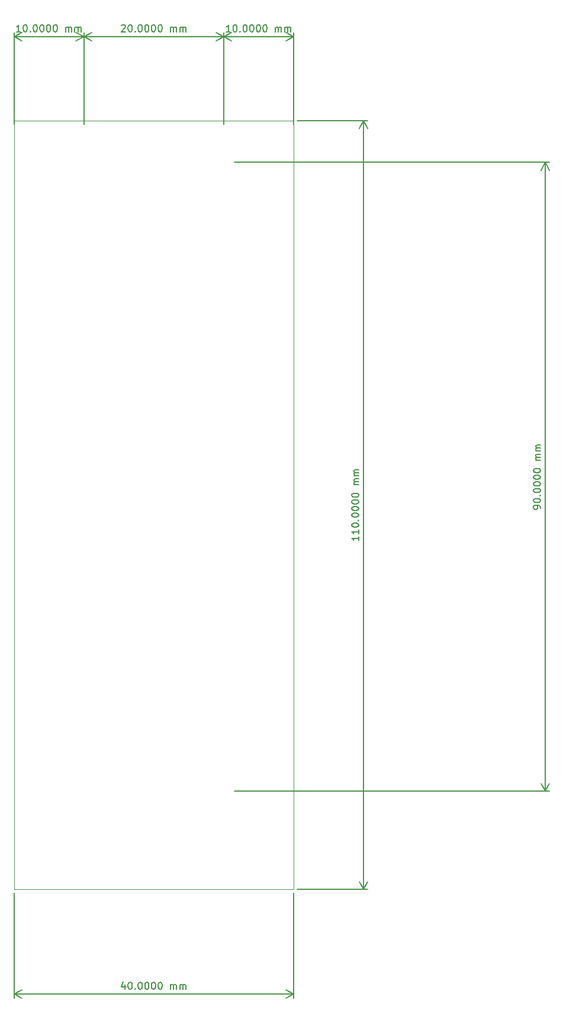
<source format=gbr>
%TF.GenerationSoftware,KiCad,Pcbnew,(6.0.11-0)*%
%TF.CreationDate,2024-06-01T13:31:22-07:00*%
%TF.ProjectId,SC_SQUID_biasBoard,53435f53-5155-4494-945f-62696173426f,v3D.0*%
%TF.SameCoordinates,Original*%
%TF.FileFunction,OtherDrawing,Comment*%
%FSLAX46Y46*%
G04 Gerber Fmt 4.6, Leading zero omitted, Abs format (unit mm)*
G04 Created by KiCad (PCBNEW (6.0.11-0)) date 2024-06-01 13:31:22*
%MOMM*%
%LPD*%
G01*
G04 APERTURE LIST*
%TA.AperFunction,Profile*%
%ADD10C,0.100000*%
%TD*%
%ADD11C,0.150000*%
G04 APERTURE END LIST*
D10*
X175000000Y-41000000D02*
X135000000Y-41000000D01*
X135000000Y-41000000D02*
X135000000Y-151000000D01*
X135000000Y-151000000D02*
X175000000Y-151000000D01*
X175000000Y-151000000D02*
X175000000Y-41000000D01*
D11*
X135952380Y-28302380D02*
X135380952Y-28302380D01*
X135666666Y-28302380D02*
X135666666Y-27302380D01*
X135571428Y-27445238D01*
X135476190Y-27540476D01*
X135380952Y-27588095D01*
X136571428Y-27302380D02*
X136666666Y-27302380D01*
X136761904Y-27350000D01*
X136809523Y-27397619D01*
X136857142Y-27492857D01*
X136904761Y-27683333D01*
X136904761Y-27921428D01*
X136857142Y-28111904D01*
X136809523Y-28207142D01*
X136761904Y-28254761D01*
X136666666Y-28302380D01*
X136571428Y-28302380D01*
X136476190Y-28254761D01*
X136428571Y-28207142D01*
X136380952Y-28111904D01*
X136333333Y-27921428D01*
X136333333Y-27683333D01*
X136380952Y-27492857D01*
X136428571Y-27397619D01*
X136476190Y-27350000D01*
X136571428Y-27302380D01*
X137333333Y-28207142D02*
X137380952Y-28254761D01*
X137333333Y-28302380D01*
X137285714Y-28254761D01*
X137333333Y-28207142D01*
X137333333Y-28302380D01*
X138000000Y-27302380D02*
X138095238Y-27302380D01*
X138190476Y-27350000D01*
X138238095Y-27397619D01*
X138285714Y-27492857D01*
X138333333Y-27683333D01*
X138333333Y-27921428D01*
X138285714Y-28111904D01*
X138238095Y-28207142D01*
X138190476Y-28254761D01*
X138095238Y-28302380D01*
X138000000Y-28302380D01*
X137904761Y-28254761D01*
X137857142Y-28207142D01*
X137809523Y-28111904D01*
X137761904Y-27921428D01*
X137761904Y-27683333D01*
X137809523Y-27492857D01*
X137857142Y-27397619D01*
X137904761Y-27350000D01*
X138000000Y-27302380D01*
X138952380Y-27302380D02*
X139047619Y-27302380D01*
X139142857Y-27350000D01*
X139190476Y-27397619D01*
X139238095Y-27492857D01*
X139285714Y-27683333D01*
X139285714Y-27921428D01*
X139238095Y-28111904D01*
X139190476Y-28207142D01*
X139142857Y-28254761D01*
X139047619Y-28302380D01*
X138952380Y-28302380D01*
X138857142Y-28254761D01*
X138809523Y-28207142D01*
X138761904Y-28111904D01*
X138714285Y-27921428D01*
X138714285Y-27683333D01*
X138761904Y-27492857D01*
X138809523Y-27397619D01*
X138857142Y-27350000D01*
X138952380Y-27302380D01*
X139904761Y-27302380D02*
X140000000Y-27302380D01*
X140095238Y-27350000D01*
X140142857Y-27397619D01*
X140190476Y-27492857D01*
X140238095Y-27683333D01*
X140238095Y-27921428D01*
X140190476Y-28111904D01*
X140142857Y-28207142D01*
X140095238Y-28254761D01*
X140000000Y-28302380D01*
X139904761Y-28302380D01*
X139809523Y-28254761D01*
X139761904Y-28207142D01*
X139714285Y-28111904D01*
X139666666Y-27921428D01*
X139666666Y-27683333D01*
X139714285Y-27492857D01*
X139761904Y-27397619D01*
X139809523Y-27350000D01*
X139904761Y-27302380D01*
X140857142Y-27302380D02*
X140952380Y-27302380D01*
X141047619Y-27350000D01*
X141095238Y-27397619D01*
X141142857Y-27492857D01*
X141190476Y-27683333D01*
X141190476Y-27921428D01*
X141142857Y-28111904D01*
X141095238Y-28207142D01*
X141047619Y-28254761D01*
X140952380Y-28302380D01*
X140857142Y-28302380D01*
X140761904Y-28254761D01*
X140714285Y-28207142D01*
X140666666Y-28111904D01*
X140619047Y-27921428D01*
X140619047Y-27683333D01*
X140666666Y-27492857D01*
X140714285Y-27397619D01*
X140761904Y-27350000D01*
X140857142Y-27302380D01*
X142380952Y-28302380D02*
X142380952Y-27635714D01*
X142380952Y-27730952D02*
X142428571Y-27683333D01*
X142523809Y-27635714D01*
X142666666Y-27635714D01*
X142761904Y-27683333D01*
X142809523Y-27778571D01*
X142809523Y-28302380D01*
X142809523Y-27778571D02*
X142857142Y-27683333D01*
X142952380Y-27635714D01*
X143095238Y-27635714D01*
X143190476Y-27683333D01*
X143238095Y-27778571D01*
X143238095Y-28302380D01*
X143714285Y-28302380D02*
X143714285Y-27635714D01*
X143714285Y-27730952D02*
X143761904Y-27683333D01*
X143857142Y-27635714D01*
X144000000Y-27635714D01*
X144095238Y-27683333D01*
X144142857Y-27778571D01*
X144142857Y-28302380D01*
X144142857Y-27778571D02*
X144190476Y-27683333D01*
X144285714Y-27635714D01*
X144428571Y-27635714D01*
X144523809Y-27683333D01*
X144571428Y-27778571D01*
X144571428Y-28302380D01*
X145000000Y-41500000D02*
X145000000Y-28413580D01*
X135000000Y-41500000D02*
X135000000Y-28413580D01*
X145000000Y-29000000D02*
X135000000Y-29000000D01*
X145000000Y-29000000D02*
X135000000Y-29000000D01*
X145000000Y-29000000D02*
X143873496Y-28413579D01*
X145000000Y-29000000D02*
X143873496Y-29586421D01*
X135000000Y-29000000D02*
X136126504Y-29586421D01*
X135000000Y-29000000D02*
X136126504Y-28413579D01*
X165952380Y-28302380D02*
X165380952Y-28302380D01*
X165666666Y-28302380D02*
X165666666Y-27302380D01*
X165571428Y-27445238D01*
X165476190Y-27540476D01*
X165380952Y-27588095D01*
X166571428Y-27302380D02*
X166666666Y-27302380D01*
X166761904Y-27350000D01*
X166809523Y-27397619D01*
X166857142Y-27492857D01*
X166904761Y-27683333D01*
X166904761Y-27921428D01*
X166857142Y-28111904D01*
X166809523Y-28207142D01*
X166761904Y-28254761D01*
X166666666Y-28302380D01*
X166571428Y-28302380D01*
X166476190Y-28254761D01*
X166428571Y-28207142D01*
X166380952Y-28111904D01*
X166333333Y-27921428D01*
X166333333Y-27683333D01*
X166380952Y-27492857D01*
X166428571Y-27397619D01*
X166476190Y-27350000D01*
X166571428Y-27302380D01*
X167333333Y-28207142D02*
X167380952Y-28254761D01*
X167333333Y-28302380D01*
X167285714Y-28254761D01*
X167333333Y-28207142D01*
X167333333Y-28302380D01*
X168000000Y-27302380D02*
X168095238Y-27302380D01*
X168190476Y-27350000D01*
X168238095Y-27397619D01*
X168285714Y-27492857D01*
X168333333Y-27683333D01*
X168333333Y-27921428D01*
X168285714Y-28111904D01*
X168238095Y-28207142D01*
X168190476Y-28254761D01*
X168095238Y-28302380D01*
X168000000Y-28302380D01*
X167904761Y-28254761D01*
X167857142Y-28207142D01*
X167809523Y-28111904D01*
X167761904Y-27921428D01*
X167761904Y-27683333D01*
X167809523Y-27492857D01*
X167857142Y-27397619D01*
X167904761Y-27350000D01*
X168000000Y-27302380D01*
X168952380Y-27302380D02*
X169047619Y-27302380D01*
X169142857Y-27350000D01*
X169190476Y-27397619D01*
X169238095Y-27492857D01*
X169285714Y-27683333D01*
X169285714Y-27921428D01*
X169238095Y-28111904D01*
X169190476Y-28207142D01*
X169142857Y-28254761D01*
X169047619Y-28302380D01*
X168952380Y-28302380D01*
X168857142Y-28254761D01*
X168809523Y-28207142D01*
X168761904Y-28111904D01*
X168714285Y-27921428D01*
X168714285Y-27683333D01*
X168761904Y-27492857D01*
X168809523Y-27397619D01*
X168857142Y-27350000D01*
X168952380Y-27302380D01*
X169904761Y-27302380D02*
X170000000Y-27302380D01*
X170095238Y-27350000D01*
X170142857Y-27397619D01*
X170190476Y-27492857D01*
X170238095Y-27683333D01*
X170238095Y-27921428D01*
X170190476Y-28111904D01*
X170142857Y-28207142D01*
X170095238Y-28254761D01*
X170000000Y-28302380D01*
X169904761Y-28302380D01*
X169809523Y-28254761D01*
X169761904Y-28207142D01*
X169714285Y-28111904D01*
X169666666Y-27921428D01*
X169666666Y-27683333D01*
X169714285Y-27492857D01*
X169761904Y-27397619D01*
X169809523Y-27350000D01*
X169904761Y-27302380D01*
X170857142Y-27302380D02*
X170952380Y-27302380D01*
X171047619Y-27350000D01*
X171095238Y-27397619D01*
X171142857Y-27492857D01*
X171190476Y-27683333D01*
X171190476Y-27921428D01*
X171142857Y-28111904D01*
X171095238Y-28207142D01*
X171047619Y-28254761D01*
X170952380Y-28302380D01*
X170857142Y-28302380D01*
X170761904Y-28254761D01*
X170714285Y-28207142D01*
X170666666Y-28111904D01*
X170619047Y-27921428D01*
X170619047Y-27683333D01*
X170666666Y-27492857D01*
X170714285Y-27397619D01*
X170761904Y-27350000D01*
X170857142Y-27302380D01*
X172380952Y-28302380D02*
X172380952Y-27635714D01*
X172380952Y-27730952D02*
X172428571Y-27683333D01*
X172523809Y-27635714D01*
X172666666Y-27635714D01*
X172761904Y-27683333D01*
X172809523Y-27778571D01*
X172809523Y-28302380D01*
X172809523Y-27778571D02*
X172857142Y-27683333D01*
X172952380Y-27635714D01*
X173095238Y-27635714D01*
X173190476Y-27683333D01*
X173238095Y-27778571D01*
X173238095Y-28302380D01*
X173714285Y-28302380D02*
X173714285Y-27635714D01*
X173714285Y-27730952D02*
X173761904Y-27683333D01*
X173857142Y-27635714D01*
X174000000Y-27635714D01*
X174095238Y-27683333D01*
X174142857Y-27778571D01*
X174142857Y-28302380D01*
X174142857Y-27778571D02*
X174190476Y-27683333D01*
X174285714Y-27635714D01*
X174428571Y-27635714D01*
X174523809Y-27683333D01*
X174571428Y-27778571D01*
X174571428Y-28302380D01*
X165000000Y-41500000D02*
X165000000Y-28413580D01*
X175000000Y-41500000D02*
X175000000Y-28413580D01*
X165000000Y-29000000D02*
X175000000Y-29000000D01*
X165000000Y-29000000D02*
X175000000Y-29000000D01*
X165000000Y-29000000D02*
X166126504Y-29586421D01*
X165000000Y-29000000D02*
X166126504Y-28413579D01*
X175000000Y-29000000D02*
X173873496Y-28413579D01*
X175000000Y-29000000D02*
X173873496Y-29586421D01*
X210302380Y-96523809D02*
X210302380Y-96333333D01*
X210254761Y-96238095D01*
X210207142Y-96190476D01*
X210064285Y-96095238D01*
X209873809Y-96047619D01*
X209492857Y-96047619D01*
X209397619Y-96095238D01*
X209350000Y-96142857D01*
X209302380Y-96238095D01*
X209302380Y-96428571D01*
X209350000Y-96523809D01*
X209397619Y-96571428D01*
X209492857Y-96619047D01*
X209730952Y-96619047D01*
X209826190Y-96571428D01*
X209873809Y-96523809D01*
X209921428Y-96428571D01*
X209921428Y-96238095D01*
X209873809Y-96142857D01*
X209826190Y-96095238D01*
X209730952Y-96047619D01*
X209302380Y-95428571D02*
X209302380Y-95333333D01*
X209350000Y-95238095D01*
X209397619Y-95190476D01*
X209492857Y-95142857D01*
X209683333Y-95095238D01*
X209921428Y-95095238D01*
X210111904Y-95142857D01*
X210207142Y-95190476D01*
X210254761Y-95238095D01*
X210302380Y-95333333D01*
X210302380Y-95428571D01*
X210254761Y-95523809D01*
X210207142Y-95571428D01*
X210111904Y-95619047D01*
X209921428Y-95666666D01*
X209683333Y-95666666D01*
X209492857Y-95619047D01*
X209397619Y-95571428D01*
X209350000Y-95523809D01*
X209302380Y-95428571D01*
X210207142Y-94666666D02*
X210254761Y-94619047D01*
X210302380Y-94666666D01*
X210254761Y-94714285D01*
X210207142Y-94666666D01*
X210302380Y-94666666D01*
X209302380Y-94000000D02*
X209302380Y-93904761D01*
X209350000Y-93809523D01*
X209397619Y-93761904D01*
X209492857Y-93714285D01*
X209683333Y-93666666D01*
X209921428Y-93666666D01*
X210111904Y-93714285D01*
X210207142Y-93761904D01*
X210254761Y-93809523D01*
X210302380Y-93904761D01*
X210302380Y-94000000D01*
X210254761Y-94095238D01*
X210207142Y-94142857D01*
X210111904Y-94190476D01*
X209921428Y-94238095D01*
X209683333Y-94238095D01*
X209492857Y-94190476D01*
X209397619Y-94142857D01*
X209350000Y-94095238D01*
X209302380Y-94000000D01*
X209302380Y-93047619D02*
X209302380Y-92952380D01*
X209350000Y-92857142D01*
X209397619Y-92809523D01*
X209492857Y-92761904D01*
X209683333Y-92714285D01*
X209921428Y-92714285D01*
X210111904Y-92761904D01*
X210207142Y-92809523D01*
X210254761Y-92857142D01*
X210302380Y-92952380D01*
X210302380Y-93047619D01*
X210254761Y-93142857D01*
X210207142Y-93190476D01*
X210111904Y-93238095D01*
X209921428Y-93285714D01*
X209683333Y-93285714D01*
X209492857Y-93238095D01*
X209397619Y-93190476D01*
X209350000Y-93142857D01*
X209302380Y-93047619D01*
X209302380Y-92095238D02*
X209302380Y-92000000D01*
X209350000Y-91904761D01*
X209397619Y-91857142D01*
X209492857Y-91809523D01*
X209683333Y-91761904D01*
X209921428Y-91761904D01*
X210111904Y-91809523D01*
X210207142Y-91857142D01*
X210254761Y-91904761D01*
X210302380Y-92000000D01*
X210302380Y-92095238D01*
X210254761Y-92190476D01*
X210207142Y-92238095D01*
X210111904Y-92285714D01*
X209921428Y-92333333D01*
X209683333Y-92333333D01*
X209492857Y-92285714D01*
X209397619Y-92238095D01*
X209350000Y-92190476D01*
X209302380Y-92095238D01*
X209302380Y-91142857D02*
X209302380Y-91047619D01*
X209350000Y-90952380D01*
X209397619Y-90904761D01*
X209492857Y-90857142D01*
X209683333Y-90809523D01*
X209921428Y-90809523D01*
X210111904Y-90857142D01*
X210207142Y-90904761D01*
X210254761Y-90952380D01*
X210302380Y-91047619D01*
X210302380Y-91142857D01*
X210254761Y-91238095D01*
X210207142Y-91285714D01*
X210111904Y-91333333D01*
X209921428Y-91380952D01*
X209683333Y-91380952D01*
X209492857Y-91333333D01*
X209397619Y-91285714D01*
X209350000Y-91238095D01*
X209302380Y-91142857D01*
X210302380Y-89619047D02*
X209635714Y-89619047D01*
X209730952Y-89619047D02*
X209683333Y-89571428D01*
X209635714Y-89476190D01*
X209635714Y-89333333D01*
X209683333Y-89238095D01*
X209778571Y-89190476D01*
X210302380Y-89190476D01*
X209778571Y-89190476D02*
X209683333Y-89142857D01*
X209635714Y-89047619D01*
X209635714Y-88904761D01*
X209683333Y-88809523D01*
X209778571Y-88761904D01*
X210302380Y-88761904D01*
X210302380Y-88285714D02*
X209635714Y-88285714D01*
X209730952Y-88285714D02*
X209683333Y-88238095D01*
X209635714Y-88142857D01*
X209635714Y-88000000D01*
X209683333Y-87904761D01*
X209778571Y-87857142D01*
X210302380Y-87857142D01*
X209778571Y-87857142D02*
X209683333Y-87809523D01*
X209635714Y-87714285D01*
X209635714Y-87571428D01*
X209683333Y-87476190D01*
X209778571Y-87428571D01*
X210302380Y-87428571D01*
X166500000Y-47000000D02*
X211586420Y-47000000D01*
X166500000Y-137000000D02*
X211586420Y-137000000D01*
X211000000Y-47000000D02*
X211000000Y-137000000D01*
X211000000Y-47000000D02*
X211000000Y-137000000D01*
X211000000Y-47000000D02*
X210413579Y-48126504D01*
X211000000Y-47000000D02*
X211586421Y-48126504D01*
X211000000Y-137000000D02*
X211586421Y-135873496D01*
X211000000Y-137000000D02*
X210413579Y-135873496D01*
X150857142Y-164635714D02*
X150857142Y-165302380D01*
X150619047Y-164254761D02*
X150380952Y-164969047D01*
X151000000Y-164969047D01*
X151571428Y-164302380D02*
X151666666Y-164302380D01*
X151761904Y-164350000D01*
X151809523Y-164397619D01*
X151857142Y-164492857D01*
X151904761Y-164683333D01*
X151904761Y-164921428D01*
X151857142Y-165111904D01*
X151809523Y-165207142D01*
X151761904Y-165254761D01*
X151666666Y-165302380D01*
X151571428Y-165302380D01*
X151476190Y-165254761D01*
X151428571Y-165207142D01*
X151380952Y-165111904D01*
X151333333Y-164921428D01*
X151333333Y-164683333D01*
X151380952Y-164492857D01*
X151428571Y-164397619D01*
X151476190Y-164350000D01*
X151571428Y-164302380D01*
X152333333Y-165207142D02*
X152380952Y-165254761D01*
X152333333Y-165302380D01*
X152285714Y-165254761D01*
X152333333Y-165207142D01*
X152333333Y-165302380D01*
X153000000Y-164302380D02*
X153095238Y-164302380D01*
X153190476Y-164350000D01*
X153238095Y-164397619D01*
X153285714Y-164492857D01*
X153333333Y-164683333D01*
X153333333Y-164921428D01*
X153285714Y-165111904D01*
X153238095Y-165207142D01*
X153190476Y-165254761D01*
X153095238Y-165302380D01*
X153000000Y-165302380D01*
X152904761Y-165254761D01*
X152857142Y-165207142D01*
X152809523Y-165111904D01*
X152761904Y-164921428D01*
X152761904Y-164683333D01*
X152809523Y-164492857D01*
X152857142Y-164397619D01*
X152904761Y-164350000D01*
X153000000Y-164302380D01*
X153952380Y-164302380D02*
X154047619Y-164302380D01*
X154142857Y-164350000D01*
X154190476Y-164397619D01*
X154238095Y-164492857D01*
X154285714Y-164683333D01*
X154285714Y-164921428D01*
X154238095Y-165111904D01*
X154190476Y-165207142D01*
X154142857Y-165254761D01*
X154047619Y-165302380D01*
X153952380Y-165302380D01*
X153857142Y-165254761D01*
X153809523Y-165207142D01*
X153761904Y-165111904D01*
X153714285Y-164921428D01*
X153714285Y-164683333D01*
X153761904Y-164492857D01*
X153809523Y-164397619D01*
X153857142Y-164350000D01*
X153952380Y-164302380D01*
X154904761Y-164302380D02*
X155000000Y-164302380D01*
X155095238Y-164350000D01*
X155142857Y-164397619D01*
X155190476Y-164492857D01*
X155238095Y-164683333D01*
X155238095Y-164921428D01*
X155190476Y-165111904D01*
X155142857Y-165207142D01*
X155095238Y-165254761D01*
X155000000Y-165302380D01*
X154904761Y-165302380D01*
X154809523Y-165254761D01*
X154761904Y-165207142D01*
X154714285Y-165111904D01*
X154666666Y-164921428D01*
X154666666Y-164683333D01*
X154714285Y-164492857D01*
X154761904Y-164397619D01*
X154809523Y-164350000D01*
X154904761Y-164302380D01*
X155857142Y-164302380D02*
X155952380Y-164302380D01*
X156047619Y-164350000D01*
X156095238Y-164397619D01*
X156142857Y-164492857D01*
X156190476Y-164683333D01*
X156190476Y-164921428D01*
X156142857Y-165111904D01*
X156095238Y-165207142D01*
X156047619Y-165254761D01*
X155952380Y-165302380D01*
X155857142Y-165302380D01*
X155761904Y-165254761D01*
X155714285Y-165207142D01*
X155666666Y-165111904D01*
X155619047Y-164921428D01*
X155619047Y-164683333D01*
X155666666Y-164492857D01*
X155714285Y-164397619D01*
X155761904Y-164350000D01*
X155857142Y-164302380D01*
X157380952Y-165302380D02*
X157380952Y-164635714D01*
X157380952Y-164730952D02*
X157428571Y-164683333D01*
X157523809Y-164635714D01*
X157666666Y-164635714D01*
X157761904Y-164683333D01*
X157809523Y-164778571D01*
X157809523Y-165302380D01*
X157809523Y-164778571D02*
X157857142Y-164683333D01*
X157952380Y-164635714D01*
X158095238Y-164635714D01*
X158190476Y-164683333D01*
X158238095Y-164778571D01*
X158238095Y-165302380D01*
X158714285Y-165302380D02*
X158714285Y-164635714D01*
X158714285Y-164730952D02*
X158761904Y-164683333D01*
X158857142Y-164635714D01*
X159000000Y-164635714D01*
X159095238Y-164683333D01*
X159142857Y-164778571D01*
X159142857Y-165302380D01*
X159142857Y-164778571D02*
X159190476Y-164683333D01*
X159285714Y-164635714D01*
X159428571Y-164635714D01*
X159523809Y-164683333D01*
X159571428Y-164778571D01*
X159571428Y-165302380D01*
X175000000Y-151500000D02*
X175000000Y-166586420D01*
X135000000Y-151500000D02*
X135000000Y-166586420D01*
X175000000Y-166000000D02*
X135000000Y-166000000D01*
X175000000Y-166000000D02*
X135000000Y-166000000D01*
X175000000Y-166000000D02*
X173873496Y-165413579D01*
X175000000Y-166000000D02*
X173873496Y-166586421D01*
X135000000Y-166000000D02*
X136126504Y-166586421D01*
X135000000Y-166000000D02*
X136126504Y-165413579D01*
X150380952Y-27397619D02*
X150428571Y-27350000D01*
X150523809Y-27302380D01*
X150761904Y-27302380D01*
X150857142Y-27350000D01*
X150904761Y-27397619D01*
X150952380Y-27492857D01*
X150952380Y-27588095D01*
X150904761Y-27730952D01*
X150333333Y-28302380D01*
X150952380Y-28302380D01*
X151571428Y-27302380D02*
X151666666Y-27302380D01*
X151761904Y-27350000D01*
X151809523Y-27397619D01*
X151857142Y-27492857D01*
X151904761Y-27683333D01*
X151904761Y-27921428D01*
X151857142Y-28111904D01*
X151809523Y-28207142D01*
X151761904Y-28254761D01*
X151666666Y-28302380D01*
X151571428Y-28302380D01*
X151476190Y-28254761D01*
X151428571Y-28207142D01*
X151380952Y-28111904D01*
X151333333Y-27921428D01*
X151333333Y-27683333D01*
X151380952Y-27492857D01*
X151428571Y-27397619D01*
X151476190Y-27350000D01*
X151571428Y-27302380D01*
X152333333Y-28207142D02*
X152380952Y-28254761D01*
X152333333Y-28302380D01*
X152285714Y-28254761D01*
X152333333Y-28207142D01*
X152333333Y-28302380D01*
X153000000Y-27302380D02*
X153095238Y-27302380D01*
X153190476Y-27350000D01*
X153238095Y-27397619D01*
X153285714Y-27492857D01*
X153333333Y-27683333D01*
X153333333Y-27921428D01*
X153285714Y-28111904D01*
X153238095Y-28207142D01*
X153190476Y-28254761D01*
X153095238Y-28302380D01*
X153000000Y-28302380D01*
X152904761Y-28254761D01*
X152857142Y-28207142D01*
X152809523Y-28111904D01*
X152761904Y-27921428D01*
X152761904Y-27683333D01*
X152809523Y-27492857D01*
X152857142Y-27397619D01*
X152904761Y-27350000D01*
X153000000Y-27302380D01*
X153952380Y-27302380D02*
X154047619Y-27302380D01*
X154142857Y-27350000D01*
X154190476Y-27397619D01*
X154238095Y-27492857D01*
X154285714Y-27683333D01*
X154285714Y-27921428D01*
X154238095Y-28111904D01*
X154190476Y-28207142D01*
X154142857Y-28254761D01*
X154047619Y-28302380D01*
X153952380Y-28302380D01*
X153857142Y-28254761D01*
X153809523Y-28207142D01*
X153761904Y-28111904D01*
X153714285Y-27921428D01*
X153714285Y-27683333D01*
X153761904Y-27492857D01*
X153809523Y-27397619D01*
X153857142Y-27350000D01*
X153952380Y-27302380D01*
X154904761Y-27302380D02*
X155000000Y-27302380D01*
X155095238Y-27350000D01*
X155142857Y-27397619D01*
X155190476Y-27492857D01*
X155238095Y-27683333D01*
X155238095Y-27921428D01*
X155190476Y-28111904D01*
X155142857Y-28207142D01*
X155095238Y-28254761D01*
X155000000Y-28302380D01*
X154904761Y-28302380D01*
X154809523Y-28254761D01*
X154761904Y-28207142D01*
X154714285Y-28111904D01*
X154666666Y-27921428D01*
X154666666Y-27683333D01*
X154714285Y-27492857D01*
X154761904Y-27397619D01*
X154809523Y-27350000D01*
X154904761Y-27302380D01*
X155857142Y-27302380D02*
X155952380Y-27302380D01*
X156047619Y-27350000D01*
X156095238Y-27397619D01*
X156142857Y-27492857D01*
X156190476Y-27683333D01*
X156190476Y-27921428D01*
X156142857Y-28111904D01*
X156095238Y-28207142D01*
X156047619Y-28254761D01*
X155952380Y-28302380D01*
X155857142Y-28302380D01*
X155761904Y-28254761D01*
X155714285Y-28207142D01*
X155666666Y-28111904D01*
X155619047Y-27921428D01*
X155619047Y-27683333D01*
X155666666Y-27492857D01*
X155714285Y-27397619D01*
X155761904Y-27350000D01*
X155857142Y-27302380D01*
X157380952Y-28302380D02*
X157380952Y-27635714D01*
X157380952Y-27730952D02*
X157428571Y-27683333D01*
X157523809Y-27635714D01*
X157666666Y-27635714D01*
X157761904Y-27683333D01*
X157809523Y-27778571D01*
X157809523Y-28302380D01*
X157809523Y-27778571D02*
X157857142Y-27683333D01*
X157952380Y-27635714D01*
X158095238Y-27635714D01*
X158190476Y-27683333D01*
X158238095Y-27778571D01*
X158238095Y-28302380D01*
X158714285Y-28302380D02*
X158714285Y-27635714D01*
X158714285Y-27730952D02*
X158761904Y-27683333D01*
X158857142Y-27635714D01*
X159000000Y-27635714D01*
X159095238Y-27683333D01*
X159142857Y-27778571D01*
X159142857Y-28302380D01*
X159142857Y-27778571D02*
X159190476Y-27683333D01*
X159285714Y-27635714D01*
X159428571Y-27635714D01*
X159523809Y-27683333D01*
X159571428Y-27778571D01*
X159571428Y-28302380D01*
X165000000Y-36500000D02*
X165000000Y-28413580D01*
X145000000Y-36500000D02*
X145000000Y-28413580D01*
X165000000Y-29000000D02*
X145000000Y-29000000D01*
X165000000Y-29000000D02*
X145000000Y-29000000D01*
X165000000Y-29000000D02*
X163873496Y-28413579D01*
X165000000Y-29000000D02*
X163873496Y-29586421D01*
X145000000Y-29000000D02*
X146126504Y-29586421D01*
X145000000Y-29000000D02*
X146126504Y-28413579D01*
X184302380Y-100523809D02*
X184302380Y-101095238D01*
X184302380Y-100809523D02*
X183302380Y-100809523D01*
X183445238Y-100904761D01*
X183540476Y-101000000D01*
X183588095Y-101095238D01*
X184302380Y-99571428D02*
X184302380Y-100142857D01*
X184302380Y-99857142D02*
X183302380Y-99857142D01*
X183445238Y-99952380D01*
X183540476Y-100047619D01*
X183588095Y-100142857D01*
X183302380Y-98952380D02*
X183302380Y-98857142D01*
X183350000Y-98761904D01*
X183397619Y-98714285D01*
X183492857Y-98666666D01*
X183683333Y-98619047D01*
X183921428Y-98619047D01*
X184111904Y-98666666D01*
X184207142Y-98714285D01*
X184254761Y-98761904D01*
X184302380Y-98857142D01*
X184302380Y-98952380D01*
X184254761Y-99047619D01*
X184207142Y-99095238D01*
X184111904Y-99142857D01*
X183921428Y-99190476D01*
X183683333Y-99190476D01*
X183492857Y-99142857D01*
X183397619Y-99095238D01*
X183350000Y-99047619D01*
X183302380Y-98952380D01*
X184207142Y-98190476D02*
X184254761Y-98142857D01*
X184302380Y-98190476D01*
X184254761Y-98238095D01*
X184207142Y-98190476D01*
X184302380Y-98190476D01*
X183302380Y-97523809D02*
X183302380Y-97428571D01*
X183350000Y-97333333D01*
X183397619Y-97285714D01*
X183492857Y-97238095D01*
X183683333Y-97190476D01*
X183921428Y-97190476D01*
X184111904Y-97238095D01*
X184207142Y-97285714D01*
X184254761Y-97333333D01*
X184302380Y-97428571D01*
X184302380Y-97523809D01*
X184254761Y-97619047D01*
X184207142Y-97666666D01*
X184111904Y-97714285D01*
X183921428Y-97761904D01*
X183683333Y-97761904D01*
X183492857Y-97714285D01*
X183397619Y-97666666D01*
X183350000Y-97619047D01*
X183302380Y-97523809D01*
X183302380Y-96571428D02*
X183302380Y-96476190D01*
X183350000Y-96380952D01*
X183397619Y-96333333D01*
X183492857Y-96285714D01*
X183683333Y-96238095D01*
X183921428Y-96238095D01*
X184111904Y-96285714D01*
X184207142Y-96333333D01*
X184254761Y-96380952D01*
X184302380Y-96476190D01*
X184302380Y-96571428D01*
X184254761Y-96666666D01*
X184207142Y-96714285D01*
X184111904Y-96761904D01*
X183921428Y-96809523D01*
X183683333Y-96809523D01*
X183492857Y-96761904D01*
X183397619Y-96714285D01*
X183350000Y-96666666D01*
X183302380Y-96571428D01*
X183302380Y-95619047D02*
X183302380Y-95523809D01*
X183350000Y-95428571D01*
X183397619Y-95380952D01*
X183492857Y-95333333D01*
X183683333Y-95285714D01*
X183921428Y-95285714D01*
X184111904Y-95333333D01*
X184207142Y-95380952D01*
X184254761Y-95428571D01*
X184302380Y-95523809D01*
X184302380Y-95619047D01*
X184254761Y-95714285D01*
X184207142Y-95761904D01*
X184111904Y-95809523D01*
X183921428Y-95857142D01*
X183683333Y-95857142D01*
X183492857Y-95809523D01*
X183397619Y-95761904D01*
X183350000Y-95714285D01*
X183302380Y-95619047D01*
X183302380Y-94666666D02*
X183302380Y-94571428D01*
X183350000Y-94476190D01*
X183397619Y-94428571D01*
X183492857Y-94380952D01*
X183683333Y-94333333D01*
X183921428Y-94333333D01*
X184111904Y-94380952D01*
X184207142Y-94428571D01*
X184254761Y-94476190D01*
X184302380Y-94571428D01*
X184302380Y-94666666D01*
X184254761Y-94761904D01*
X184207142Y-94809523D01*
X184111904Y-94857142D01*
X183921428Y-94904761D01*
X183683333Y-94904761D01*
X183492857Y-94857142D01*
X183397619Y-94809523D01*
X183350000Y-94761904D01*
X183302380Y-94666666D01*
X184302380Y-93142857D02*
X183635714Y-93142857D01*
X183730952Y-93142857D02*
X183683333Y-93095238D01*
X183635714Y-93000000D01*
X183635714Y-92857142D01*
X183683333Y-92761904D01*
X183778571Y-92714285D01*
X184302380Y-92714285D01*
X183778571Y-92714285D02*
X183683333Y-92666666D01*
X183635714Y-92571428D01*
X183635714Y-92428571D01*
X183683333Y-92333333D01*
X183778571Y-92285714D01*
X184302380Y-92285714D01*
X184302380Y-91809523D02*
X183635714Y-91809523D01*
X183730952Y-91809523D02*
X183683333Y-91761904D01*
X183635714Y-91666666D01*
X183635714Y-91523809D01*
X183683333Y-91428571D01*
X183778571Y-91380952D01*
X184302380Y-91380952D01*
X183778571Y-91380952D02*
X183683333Y-91333333D01*
X183635714Y-91238095D01*
X183635714Y-91095238D01*
X183683333Y-91000000D01*
X183778571Y-90952380D01*
X184302380Y-90952380D01*
X175500000Y-151000000D02*
X185586420Y-151000000D01*
X175500000Y-41000000D02*
X185586420Y-41000000D01*
X185000000Y-151000000D02*
X185000000Y-41000000D01*
X185000000Y-151000000D02*
X185000000Y-41000000D01*
X185000000Y-151000000D02*
X185586421Y-149873496D01*
X185000000Y-151000000D02*
X184413579Y-149873496D01*
X185000000Y-41000000D02*
X184413579Y-42126504D01*
X185000000Y-41000000D02*
X185586421Y-42126504D01*
M02*

</source>
